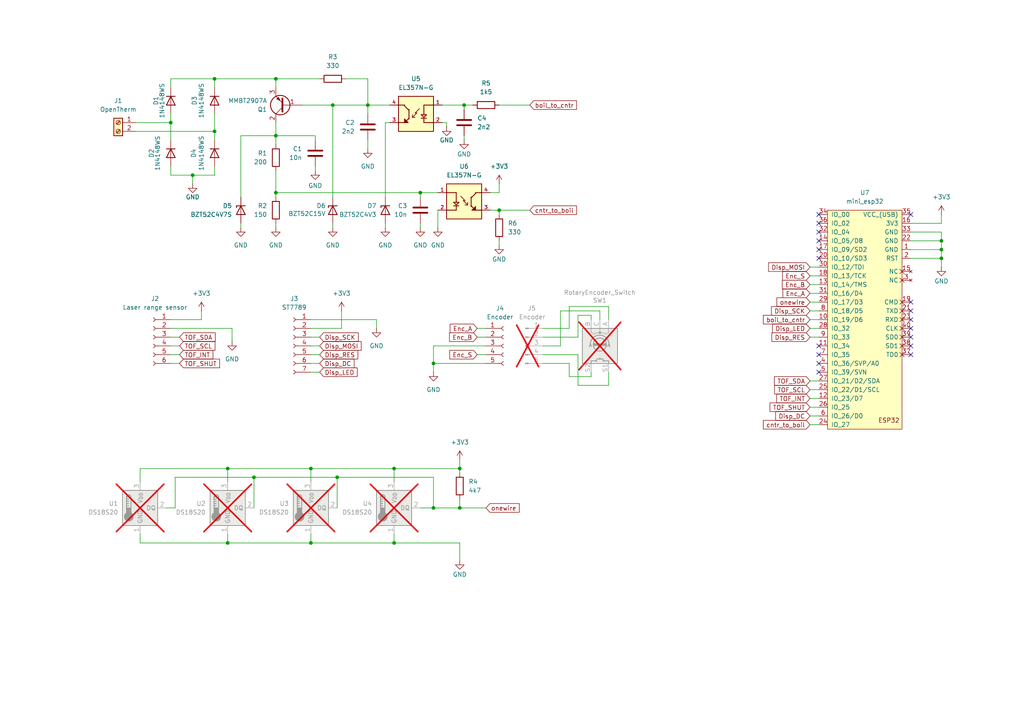
<source format=kicad_sch>
(kicad_sch (version 20231120) (generator "eeschema") (generator_version "8.0")
  (paper "A4")
  (lib_symbols
    (symbol "Connector:Conn_01x05_Pin" (pin_names (offset 1.016) hide)
      (property "Reference" "J" (at 0 7.62 0))
      (property "Value" "Conn_01x05_Pin" (at 0 -7.62 0))
      (symbol "Conn_01x05_Pin_1_1"
        (pin passive line (at 5.08 5.08 180) (length 3.81) (name "Pin_1") (number "1"))
        (pin passive line (at 5.08 2.54 180) (length 3.81) (name "Pin_2") (number "2"))
        (pin passive line (at 5.08 0 180) (length 3.81) (name "Pin_3") (number "3"))
        (pin passive line (at 5.08 -2.54 180) (length 3.81) (name "Pin_4") (number "4"))
        (pin passive line (at 5.08 -5.08 180) (length 3.81) (name "Pin_5") (number "5"))
      )
    )
    (symbol "Connector:Conn_01x05_Socket" (pin_names (offset 1.016) hide)
      (property "Reference" "J" (at 0 7.62 0))
      (property "Value" "Conn_01x05_Socket" (at 0 -7.62 0))
      (symbol "Conn_01x05_Socket_1_1"
        (pin passive line (at -5.08 5.08 0) (length 3.81) (name "Pin_1") (number "1"))
        (pin passive line (at -5.08 2.54 0) (length 3.81) (name "Pin_2") (number "2"))
        (pin passive line (at -5.08 0 0) (length 3.81) (name "Pin_3") (number "3"))
        (pin passive line (at -5.08 -2.54 0) (length 3.81) (name "Pin_4") (number "4"))
        (pin passive line (at -5.08 -5.08 0) (length 3.81) (name "Pin_5") (number "5"))
      )
    )
    (symbol "Connector:Conn_01x06_Socket" (pin_names (offset 1.016) hide)
      (property "Reference" "J" (at 0 7.62 0))
      (property "Value" "Conn_01x06_Socket" (at 0 -10.16 0))
      (symbol "Conn_01x06_Socket_1_1"
        (pin passive line (at -5.08 5.08 0) (length 3.81) (name "Pin_1") (number "1"))
        (pin passive line (at -5.08 2.54 0) (length 3.81) (name "Pin_2") (number "2"))
        (pin passive line (at -5.08 0 0) (length 3.81) (name "Pin_3") (number "3"))
        (pin passive line (at -5.08 -2.54 0) (length 3.81) (name "Pin_4") (number "4"))
        (pin passive line (at -5.08 -5.08 0) (length 3.81) (name "Pin_5") (number "5"))
        (pin passive line (at -5.08 -7.62 0) (length 3.81) (name "Pin_6") (number "6"))
      )
    )
    (symbol "Connector:Conn_01x07_Socket" (pin_names (offset 1.016) hide)
      (property "Reference" "J" (at 0 10.16 0))
      (property "Value" "Conn_01x07_Socket" (at 0 -10.16 0))
      (symbol "Conn_01x07_Socket_1_1"
        (pin passive line (at -5.08 7.62 0) (length 3.81) (name "Pin_1") (number "1"))
        (pin passive line (at -5.08 5.08 0) (length 3.81) (name "Pin_2") (number "2"))
        (pin passive line (at -5.08 2.54 0) (length 3.81) (name "Pin_3") (number "3"))
        (pin passive line (at -5.08 0 0) (length 3.81) (name "Pin_4") (number "4"))
        (pin passive line (at -5.08 -2.54 0) (length 3.81) (name "Pin_5") (number "5"))
        (pin passive line (at -5.08 -5.08 0) (length 3.81) (name "Pin_6") (number "6"))
        (pin passive line (at -5.08 -7.62 0) (length 3.81) (name "Pin_7") (number "7"))
      )
    )
    (symbol "Connector:Screw_Terminal_01x02" (pin_names (offset 1.016) hide)
      (property "Reference" "J" (at 0 2.54 0))
      (property "Value" "Screw_Terminal_01x02" (at 0 -5.08 0))
      (symbol "Screw_Terminal_01x02_1_1"
        (pin passive line (at -5.08 0 0) (length 3.81) (name "Pin_1") (number "1"))
        (pin passive line (at -5.08 -2.54 0) (length 3.81) (name "Pin_2") (number "2"))
      )
    )
    (symbol "D_1" (pin_numbers hide) (pin_names (offset 1.016) hide)
      (property "Reference" "D" (at 0 2.54 0))
      (property "Value" "D" (at 0 -2.54 0))
      (symbol "D_1_1_1"
        (pin passive line (at -3.81 0 0) (length 2.54) (name "K") (number "1"))
        (pin passive line (at 3.81 0 180) (length 2.54) (name "A") (number "2"))
      )
    )
    (symbol "D_2" (pin_numbers hide) (pin_names (offset 1.016) hide)
      (property "Reference" "D" (at 0 2.54 0))
      (property "Value" "D" (at 0 -2.54 0))
      (symbol "D_2_1_1"
        (pin passive line (at -3.81 0 0) (length 2.54) (name "K") (number "1"))
        (pin passive line (at 3.81 0 180) (length 2.54) (name "A") (number "2"))
      )
    )
    (symbol "D_3" (pin_numbers hide) (pin_names (offset 1.016) hide)
      (property "Reference" "D" (at 0 2.54 0))
      (property "Value" "D" (at 0 -2.54 0))
      (symbol "D_3_1_1"
        (pin passive line (at -3.81 0 0) (length 2.54) (name "K") (number "1"))
        (pin passive line (at 3.81 0 180) (length 2.54) (name "A") (number "2"))
      )
    )
    (symbol "D_Zener_1" (pin_numbers hide) (pin_names (offset 1.016) hide)
      (property "Reference" "D" (at 0 2.54 0))
      (property "Value" "D_Zener" (at 0 -2.54 0))
      (symbol "D_Zener_1_1_1"
        (pin passive line (at -3.81 0 0) (length 2.54) (name "K") (number "1"))
        (pin passive line (at 3.81 0 180) (length 2.54) (name "A") (number "2"))
      )
    )
    (symbol "D_Zener_2" (pin_numbers hide) (pin_names (offset 1.016) hide)
      (property "Reference" "D" (at 0 2.54 0))
      (property "Value" "D_Zener" (at 0 -2.54 0))
      (symbol "D_Zener_2_1_1"
        (pin passive line (at -3.81 0 0) (length 2.54) (name "K") (number "1"))
        (pin passive line (at 3.81 0 180) (length 2.54) (name "A") (number "2"))
      )
    )
    (symbol "Device:C" (pin_numbers hide) (pin_names (offset 0.254))
      (property "Reference" "C" (at 0.635 2.54 0))
      (property "Value" "C" (at 0.635 -2.54 0))
      (symbol "C_1_1"
        (pin passive line (at 0 3.81 270) (length 2.794) (name "~") (number "1"))
        (pin passive line (at 0 -3.81 90) (length 2.794) (name "~") (number "2"))
      )
    )
    (symbol "Device:D_Zener" (pin_numbers hide) (pin_names (offset 1.016) hide)
      (property "Reference" "D" (at 0 2.54 0))
      (property "Value" "D_Zener" (at 0 -2.54 0))
      (symbol "D_Zener_1_1"
        (pin passive line (at -3.81 0 0) (length 2.54) (name "K") (number "1"))
        (pin passive line (at 3.81 0 180) (length 2.54) (name "A") (number "2"))
      )
    )
    (symbol "Device:Q_PNP_BCE" (pin_names (offset 0) hide)
      (property "Reference" "Q" (at 5.08 1.27 0))
      (property "Value" "Q_PNP_BCE" (at 5.08 -1.27 0))
      (symbol "Q_PNP_BCE_1_1"
        (pin input line (at -5.08 0 0) (length 5.715) (name "B") (number "1"))
        (pin passive line (at 2.54 5.08 270) (length 2.54) (name "C") (number "2"))
        (pin passive line (at 2.54 -5.08 90) (length 2.54) (name "E") (number "3"))
      )
    )
    (symbol "Device:R" (pin_numbers hide) (pin_names (offset 0))
      (property "Reference" "R" (at 2.032 0 90))
      (property "Value" "R" (at 0 0 90))
      (symbol "R_1_1"
        (pin passive line (at 0 3.81 270) (length 1.27) (name "~") (number "1"))
        (pin passive line (at 0 -3.81 90) (length 1.27) (name "~") (number "2"))
      )
    )
    (symbol "Device:RotaryEncoder_Switch" (pin_names (offset 0.254) hide)
      (property "Reference" "SW" (at 0 6.604 0))
      (property "Value" "RotaryEncoder_Switch" (at 0 -6.604 0))
      (symbol "RotaryEncoder_Switch_1_1"
        (pin passive line (at -7.62 2.54 0) (length 2.54) (name "A") (number "A"))
        (pin passive line (at -7.62 -2.54 0) (length 2.54) (name "B") (number "B"))
        (pin passive line (at -7.62 0 0) (length 2.54) (name "C") (number "C"))
        (pin passive line (at 7.62 2.54 180) (length 2.54) (name "S1") (number "S1"))
        (pin passive line (at 7.62 -2.54 180) (length 2.54) (name "S2") (number "S2"))
      )
    )
    (symbol "EL357N-G:EL357N-G" (pin_names (offset 1.016))
      (property "Reference" "U" (at -5.08 5.08 0))
      (property "Value" "EL357N-G" (at -5.08 -7.62 0))
      (symbol "EL357N-G_0_0"
        (pin passive line (at -7.62 2.54 0) (length 2.54) (name "~") (number "1"))
        (pin passive line (at -7.62 -2.54 0) (length 2.54) (name "~") (number "2"))
        (pin passive line (at 7.62 -2.54 180) (length 2.54) (name "~") (number "3"))
        (pin passive line (at 7.62 2.54 180) (length 2.54) (name "~") (number "4"))
      )
    )
    (symbol "ESP32_mini:mini_esp32" (pin_names (offset 1.016))
      (property "Reference" "U" (at -7.62 -50.8 0))
      (property "Value" "mini_esp32" (at 5.08 -59.69 0))
      (symbol "mini_esp32_0_0"
        (text "ESP32" (at 7.62 -62.23 0) (effects (font (size 1.27 1.27))))
        (pin power_in line (at 13.97 -12.7 180) (length 2.54) (name "GND") (number "1"))
        (pin input line (at 13.97 -15.24 180) (length 2.54) (name "RST") (number "2"))
        (pin no_connect non_logic (at 13.97 -21.59 180) (length 2.54) (name "NC") (number "3"))
        (pin bidirectional line (at -12.7 -45.72 0) (length 2.54) (name "IO_36/SVP/A0") (number "4"))
        (pin bidirectional line (at -12.7 -48.26 0) (length 2.54) (name "IO_39/SVN") (number "5"))
      )
      (symbol "mini_esp32_1_1"
        (pin bidirectional line (at -12.7 -33.02 0) (length 2.54) (name "IO_19/D6") (number "10"))
        (pin bidirectional line (at -12.7 -40.64 0) (length 2.54) (name "IO_34") (number "11"))
        (pin bidirectional line (at -12.7 -55.88 0) (length 2.54) (name "IO_23/D7") (number "12"))
        (pin bidirectional line (at -12.7 -22.86 0) (length 2.54) (name "IO_14/TMS") (number "13"))
        (pin bidirectional line (at -12.7 -10.16 0) (length 2.54) (name "IO_05/D8") (number "14"))
        (pin no_connect non_logic (at 13.97 -19.05 180) (length 2.54) (name "NC") (number "15"))
        (pin power_in line (at 13.97 -5.08 180) (length 2.54) (name "3V3") (number "16"))
        (pin bidirectional line (at -12.7 -12.7 0) (length 2.54) (name "IO_09/SD2") (number "17"))
        (pin bidirectional line (at -12.7 -20.32 0) (length 2.54) (name "IO_13/TCK") (number "18"))
        (pin passive non_logic (at 13.97 -27.94 180) (length 2.54) (name "CMD") (number "19"))
        (pin bidirectional line (at -12.7 -15.24 0) (length 2.54) (name "IO_10/SD3") (number "20"))
        (pin passive non_logic (at 13.97 -30.48 180) (length 2.54) (name "TXD") (number "21"))
        (pin power_in line (at 13.97 -10.16 180) (length 2.54) (name "GND") (number "22"))
        (pin passive non_logic (at 13.97 -33.02 180) (length 2.54) (name "RXD") (number "23"))
        (pin bidirectional line (at -12.7 -63.5 0) (length 2.54) (name "IO_27") (number "24"))
        (pin bidirectional line (at -12.7 -53.34 0) (length 2.54) (name "IO_22/D1/SCL") (number "25"))
        (pin bidirectional line (at -12.7 -58.42 0) (length 2.54) (name "IO_25") (number "26"))
        (pin bidirectional line (at -12.7 -50.8 0) (length 2.54) (name "IO_21/D2/SDA") (number "27"))
        (pin bidirectional line (at -12.7 -35.56 0) (length 2.54) (name "IO_32") (number "28"))
        (pin bidirectional line (at -12.7 -27.94 0) (length 2.54) (name "IO_17/D3") (number "29"))
        (pin bidirectional line (at -12.7 -17.78 0) (length 2.54) (name "IO_12/TDI") (number "30"))
        (pin bidirectional line (at -12.7 -25.4 0) (length 2.54) (name "IO_16/D4") (number "31"))
        (pin bidirectional line (at -12.7 -7.62 0) (length 2.54) (name "IO_04") (number "32"))
        (pin power_in line (at 13.97 -7.62 180) (length 2.54) (name "GND") (number "33"))
        (pin bidirectional line (at -12.7 -2.54 0) (length 2.54) (name "IO_00") (number "34"))
        (pin power_in line (at 13.97 -2.54 180) (length 2.54) (name "VCC_(USB)") (number "35"))
        (pin bidirectional line (at -12.7 -5.08 0) (length 2.54) (name "IO_02") (number "36"))
        (pin passive non_logic (at 13.97 -43.18 180) (length 2.54) (name "TD0") (number "37"))
        (pin passive non_logic (at 13.97 -40.64 180) (length 2.54) (name "SD1") (number "38"))
        (pin passive non_logic (at 13.97 -38.1 180) (length 2.54) (name "SD0") (number "39"))
        (pin passive non_logic (at 13.97 -35.56 180) (length 2.54) (name "CLK") (number "40"))
        (pin bidirectional line (at -12.7 -60.96 0) (length 2.54) (name "IO_26/D0") (number "6"))
        (pin bidirectional line (at -12.7 -43.18 0) (length 2.54) (name "IO_35") (number "7"))
        (pin bidirectional line (at -12.7 -30.48 0) (length 2.54) (name "IO_18/D5") (number "8"))
        (pin bidirectional line (at -12.7 -38.1 0) (length 2.54) (name "IO_33") (number "9"))
      )
    )
    (symbol "Sensor_Temperature:DS18S20"
      (property "Reference" "U" (at -3.81 6.35 0))
      (property "Value" "DS18S20" (at 6.35 6.35 0))
      (symbol "DS18S20_1_1"
        (pin power_in line (at 0 -7.62 90) (length 2.54) (name "GND") (number "1"))
        (pin bidirectional line (at 7.62 0 180) (length 2.54) (name "DQ") (number "2"))
        (pin power_in line (at 0 7.62 270) (length 2.54) (name "V_{DD}") (number "3"))
      )
    )
    (symbol "Simulation_SPICE:D" (pin_numbers hide) (pin_names (offset 1.016) hide)
      (property "Reference" "D" (at 0 2.54 0))
      (property "Value" "D" (at 0 -2.54 0))
      (symbol "D_1_1"
        (pin passive line (at -3.81 0 0) (length 2.54) (name "K") (number "1"))
        (pin passive line (at 3.81 0 180) (length 2.54) (name "A") (number "2"))
      )
    )
    (symbol "power:+3V3" (power) (pin_numbers hide) (pin_names (offset 0) hide)
      (property "Value" "+3V3" (at 0 3.556 0))
      (symbol "+3V3_1_1"
        (pin power_in line (at 0 0 90) (length 0) (name "~") (number "1"))
      )
    )
    (symbol "power:GND" (power) (pin_numbers hide) (pin_names (offset 0) hide)
      (property "Value" "GND" (at 0 -3.81 0))
      (symbol "GND_1_1"
        (pin power_in line (at 0 0 270) (length 0) (name "~") (number "1"))
      )
    )
  )
  (junction (at 273.05 69.85))
  (junction (at 273.05 72.39))
  (junction (at 80.01 22.86))
  (junction (at 49.53 35.56))
  (junction (at 96.52 30.48))
  (junction (at 133.35 135.89))
  (junction (at 144.78 60.96))
  (junction (at 55.88 50.8))
  (junction (at 133.35 147.32))
  (junction (at 121.92 55.88))
  (junction (at 62.23 22.86))
  (junction (at 62.23 38.1))
  (junction (at 80.01 39.37))
  (junction (at 273.05 74.93))
  (junction (at 66.04 135.89))
  (junction (at 125.73 105.41))
  (junction (at 114.3 135.89))
  (junction (at 125.73 147.32))
  (junction (at 66.04 157.48))
  (junction (at 80.01 55.88))
  (junction (at 106.68 30.48))
  (junction (at 73.66 138.43))
  (junction (at 134.62 30.48))
  (junction (at 90.17 135.89))
  (junction (at 114.3 157.48))
  (junction (at 90.17 157.48))
  (junction (at 97.79 138.43))
  (no_connect (at 264.16 87.63))
  (no_connect (at 237.49 67.31))
  (no_connect (at 237.49 64.77))
  (no_connect (at 237.49 102.87))
  (no_connect (at 237.49 105.41))
  (no_connect (at 237.49 107.95))
  (no_connect (at 237.49 74.93))
  (no_connect (at 264.16 97.79))
  (no_connect (at 237.49 62.23))
  (no_connect (at 237.49 69.85))
  (no_connect (at 264.16 62.23))
  (no_connect (at 264.16 92.71))
  (no_connect (at 237.49 100.33))
  (no_connect (at 264.16 100.33))
  (no_connect (at 237.49 72.39))
  (no_connect (at 264.16 102.87))
  (no_connect (at 264.16 90.17))
  (no_connect (at 264.16 95.25))
  (wire (pts (xy 106.68 40.64) (xy 106.68 43.18)))
  (wire (pts (xy 273.05 62.23) (xy 273.05 64.77)))
  (wire (pts (xy 173.99 92.71) (xy 173.99 90.17)))
  (wire (pts (xy 167.64 91.44) (xy 167.64 97.79)))
  (wire (pts (xy 165.1 109.22) (xy 165.1 105.41)))
  (wire (pts (xy 144.78 60.96) (xy 153.67 60.96)))
  (wire (pts (xy 40.64 135.89) (xy 66.04 135.89)))
  (wire (pts (xy 273.05 69.85) (xy 273.05 72.39)))
  (wire (pts (xy 140.97 105.41) (xy 125.73 105.41)))
  (wire (pts (xy 264.16 64.77) (xy 273.05 64.77)))
  (wire (pts (xy 114.3 135.89) (xy 133.35 135.89)))
  (wire (pts (xy 69.85 64.77) (xy 69.85 66.04)))
  (wire (pts (xy 121.92 55.88) (xy 121.92 57.15)))
  (wire (pts (xy 99.06 95.25) (xy 99.06 90.17)))
  (wire (pts (xy 55.88 50.8) (xy 49.53 50.8)))
  (wire (pts (xy 106.68 30.48) (xy 113.03 30.48)))
  (wire (pts (xy 140.97 95.25) (xy 138.43 95.25)))
  (wire (pts (xy 66.04 154.94) (xy 66.04 157.48)))
  (wire (pts (xy 140.97 97.79) (xy 138.43 97.79)))
  (wire (pts (xy 114.3 135.89) (xy 114.3 139.7)))
  (wire (pts (xy 62.23 22.86) (xy 80.01 22.86)))
  (wire (pts (xy 55.88 50.8) (xy 55.88 53.34)))
  (wire (pts (xy 133.35 162.56) (xy 133.35 157.48)))
  (wire (pts (xy 62.23 48.26) (xy 62.23 50.8)))
  (wire (pts (xy 125.73 100.33) (xy 125.73 105.41)))
  (wire (pts (xy 80.01 55.88) (xy 80.01 57.15)))
  (wire (pts (xy 264.16 69.85) (xy 273.05 69.85)))
  (wire (pts (xy 62.23 22.86) (xy 62.23 25.4)))
  (wire (pts (xy 237.49 97.79) (xy 234.95 97.79)))
  (wire (pts (xy 234.95 87.63) (xy 237.49 87.63)))
  (wire (pts (xy 133.35 144.78) (xy 133.35 147.32)))
  (wire (pts (xy 48.26 147.32) (xy 50.8 147.32)))
  (wire (pts (xy 237.49 113.03) (xy 234.95 113.03)))
  (wire (pts (xy 273.05 77.47) (xy 273.05 74.93)))
  (wire (pts (xy 142.24 55.88) (xy 144.78 55.88)))
  (wire (pts (xy 237.49 92.71) (xy 234.95 92.71)))
  (wire (pts (xy 144.78 30.48) (xy 153.67 30.48)))
  (wire (pts (xy 121.92 64.77) (xy 121.92 66.04)))
  (wire (pts (xy 273.05 72.39) (xy 264.16 72.39)))
  (wire (pts (xy 92.71 22.86) (xy 80.01 22.86)))
  (wire (pts (xy 144.78 69.85) (xy 144.78 71.12)))
  (wire (pts (xy 106.68 30.48) (xy 106.68 33.02)))
  (wire (pts (xy 80.01 22.86) (xy 80.01 25.4)))
  (wire (pts (xy 167.64 102.87) (xy 157.48 102.87)))
  (wire (pts (xy 140.97 100.33) (xy 125.73 100.33)))
  (wire (pts (xy 173.99 90.17) (xy 162.56 90.17)))
  (wire (pts (xy 121.92 55.88) (xy 127 55.88)))
  (wire (pts (xy 111.76 35.56) (xy 113.03 35.56)))
  (wire (pts (xy 49.53 35.56) (xy 49.53 40.64)))
  (wire (pts (xy 162.56 90.17) (xy 162.56 100.33)))
  (wire (pts (xy 49.53 33.02) (xy 49.53 35.56)))
  (wire (pts (xy 40.64 157.48) (xy 66.04 157.48)))
  (wire (pts (xy 237.49 95.25) (xy 234.95 95.25)))
  (wire (pts (xy 40.64 154.94) (xy 40.64 157.48)))
  (wire (pts (xy 264.16 74.93) (xy 273.05 74.93)))
  (wire (pts (xy 273.05 67.31) (xy 273.05 69.85)))
  (wire (pts (xy 66.04 157.48) (xy 90.17 157.48)))
  (wire (pts (xy 176.53 88.9) (xy 165.1 88.9)))
  (wire (pts (xy 90.17 135.89) (xy 114.3 135.89)))
  (wire (pts (xy 137.16 30.48) (xy 134.62 30.48)))
  (wire (pts (xy 234.95 118.11) (xy 237.49 118.11)))
  (wire (pts (xy 80.01 64.77) (xy 80.01 66.04)))
  (wire (pts (xy 49.53 22.86) (xy 62.23 22.86)))
  (wire (pts (xy 128.27 30.48) (xy 134.62 30.48)))
  (wire (pts (xy 90.17 105.41) (xy 92.71 105.41)))
  (wire (pts (xy 237.49 90.17) (xy 234.95 90.17)))
  (wire (pts (xy 125.73 147.32) (xy 133.35 147.32)))
  (wire (pts (xy 111.76 64.77) (xy 111.76 66.04)))
  (wire (pts (xy 80.01 39.37) (xy 80.01 41.91)))
  (wire (pts (xy 58.42 92.71) (xy 58.42 90.17)))
  (wire (pts (xy 67.31 95.25) (xy 49.53 95.25)))
  (wire (pts (xy 49.53 102.87) (xy 52.07 102.87)))
  (wire (pts (xy 165.1 88.9) (xy 165.1 95.25)))
  (wire (pts (xy 67.31 99.06) (xy 67.31 95.25)))
  (wire (pts (xy 96.52 30.48) (xy 106.68 30.48)))
  (wire (pts (xy 106.68 30.48) (xy 106.68 22.86)))
  (wire (pts (xy 62.23 38.1) (xy 62.23 40.64)))
  (wire (pts (xy 121.92 147.32) (xy 125.73 147.32)))
  (wire (pts (xy 62.23 50.8) (xy 55.88 50.8)))
  (wire (pts (xy 133.35 135.89) (xy 133.35 137.16)))
  (wire (pts (xy 90.17 157.48) (xy 114.3 157.48)))
  (wire (pts (xy 140.97 102.87) (xy 138.43 102.87)))
  (wire (pts (xy 237.49 80.01) (xy 234.95 80.01)))
  (wire (pts (xy 66.04 135.89) (xy 90.17 135.89)))
  (wire (pts (xy 237.49 77.47) (xy 234.95 77.47)))
  (wire (pts (xy 234.95 120.65) (xy 237.49 120.65)))
  (wire (pts (xy 171.45 107.95) (xy 171.45 109.22)))
  (wire (pts (xy 90.17 100.33) (xy 92.71 100.33)))
  (wire (pts (xy 90.17 107.95) (xy 92.71 107.95)))
  (wire (pts (xy 176.53 111.76) (xy 167.64 111.76)))
  (wire (pts (xy 49.53 97.79) (xy 52.07 97.79)))
  (wire (pts (xy 171.45 92.71) (xy 171.45 91.44)))
  (wire (pts (xy 142.24 60.96) (xy 144.78 60.96)))
  (wire (pts (xy 167.64 111.76) (xy 167.64 102.87)))
  (wire (pts (xy 49.53 50.8) (xy 49.53 48.26)))
  (wire (pts (xy 39.37 38.1) (xy 62.23 38.1)))
  (wire (pts (xy 91.44 40.64) (xy 91.44 39.37)))
  (wire (pts (xy 49.53 105.41) (xy 52.07 105.41)))
  (wire (pts (xy 66.04 135.89) (xy 66.04 139.7)))
  (wire (pts (xy 167.64 97.79) (xy 157.48 97.79)))
  (wire (pts (xy 90.17 92.71) (xy 109.22 92.71)))
  (wire (pts (xy 162.56 100.33) (xy 157.48 100.33)))
  (wire (pts (xy 90.17 97.79) (xy 92.71 97.79)))
  (wire (pts (xy 237.49 110.49) (xy 234.95 110.49)))
  (wire (pts (xy 129.54 35.56) (xy 129.54 36.83)))
  (wire (pts (xy 134.62 39.37) (xy 134.62 40.64)))
  (wire (pts (xy 237.49 85.09) (xy 234.95 85.09)))
  (wire (pts (xy 171.45 109.22) (xy 165.1 109.22)))
  (wire (pts (xy 40.64 139.7) (xy 40.64 135.89)))
  (wire (pts (xy 128.27 35.56) (xy 129.54 35.56)))
  (wire (pts (xy 234.95 123.19) (xy 237.49 123.19)))
  (wire (pts (xy 133.35 157.48) (xy 114.3 157.48)))
  (wire (pts (xy 80.01 49.53) (xy 80.01 55.88)))
  (wire (pts (xy 144.78 53.34) (xy 144.78 55.88)))
  (wire (pts (xy 91.44 48.26) (xy 91.44 49.53)))
  (wire (pts (xy 80.01 55.88) (xy 121.92 55.88)))
  (wire (pts (xy 144.78 60.96) (xy 144.78 62.23)))
  (wire (pts (xy 90.17 95.25) (xy 99.06 95.25)))
  (wire (pts (xy 273.05 74.93) (xy 273.05 72.39)))
  (wire (pts (xy 49.53 25.4) (xy 49.53 22.86)))
  (wire (pts (xy 91.44 39.37) (xy 80.01 39.37)))
  (wire (pts (xy 87.63 30.48) (xy 96.52 30.48)))
  (wire (pts (xy 97.79 138.43) (xy 125.73 138.43)))
  (wire (pts (xy 96.52 64.77) (xy 96.52 66.04)))
  (wire (pts (xy 114.3 157.48) (xy 114.3 154.94)))
  (wire (pts (xy 109.22 92.71) (xy 109.22 95.25)))
  (wire (pts (xy 80.01 39.37) (xy 69.85 39.37)))
  (wire (pts (xy 127 60.96) (xy 127 66.04)))
  (wire (pts (xy 62.23 33.02) (xy 62.23 38.1)))
  (wire (pts (xy 125.73 105.41) (xy 125.73 107.95)))
  (wire (pts (xy 165.1 95.25) (xy 157.48 95.25)))
  (wire (pts (xy 100.33 22.86) (xy 106.68 22.86)))
  (wire (pts (xy 73.66 138.43) (xy 97.79 138.43)))
  (wire (pts (xy 264.16 67.31) (xy 273.05 67.31)))
  (wire (pts (xy 111.76 35.56) (xy 111.76 57.15)))
  (wire (pts (xy 171.45 91.44) (xy 167.64 91.44)))
  (wire (pts (xy 50.8 147.32) (xy 50.8 138.43)))
  (wire (pts (xy 176.53 92.71) (xy 176.53 88.9)))
  (wire (pts (xy 90.17 102.87) (xy 92.71 102.87)))
  (wire (pts (xy 73.66 138.43) (xy 73.66 147.32)))
  (wire (pts (xy 165.1 105.41) (xy 157.48 105.41)))
  (wire (pts (xy 69.85 39.37) (xy 69.85 57.15)))
  (wire (pts (xy 96.52 30.48) (xy 96.52 57.15)))
  (wire (pts (xy 80.01 35.56) (xy 80.01 39.37)))
  (wire (pts (xy 49.53 92.71) (xy 58.42 92.71)))
  (wire (pts (xy 50.8 138.43) (xy 73.66 138.43)))
  (wire (pts (xy 97.79 138.43) (xy 97.79 147.32)))
  (wire (pts (xy 134.62 30.48) (xy 134.62 31.75)))
  (wire (pts (xy 133.35 133.35) (xy 133.35 135.89)))
  (wire (pts (xy 125.73 138.43) (xy 125.73 147.32)))
  (wire (pts (xy 133.35 147.32) (xy 140.97 147.32)))
  (wire (pts (xy 237.49 82.55) (xy 234.95 82.55)))
  (wire (pts (xy 176.53 107.95) (xy 176.53 111.76)))
  (wire (pts (xy 237.49 115.57) (xy 234.95 115.57)))
  (wire (pts (xy 90.17 139.7) (xy 90.17 135.89)))
  (wire (pts (xy 90.17 154.94) (xy 90.17 157.48)))
  (wire (pts (xy 49.53 100.33) (xy 52.07 100.33)))
  (wire (pts (xy 39.37 35.56) (xy 49.53 35.56)))
  (global_label "Disp_RES" (shape input) (at 234.95 97.79 180) (property "Intersheetrefs" "${INTERSHEET_REFS}" (effects (hide yes))))
  (global_label "TOF_INT" (shape input) (at 234.95 115.57 180) (property "Intersheetrefs" "${INTERSHEET_REFS}" (effects (hide yes))))
  (global_label "cntr_to_boil" (shape input) (at 153.67 60.96 0) (property "Intersheetrefs" "${INTERSHEET_REFS}" (effects (hide yes))))
  (global_label "boil_to_cntr" (shape input) (at 153.67 30.48 0) (property "Intersheetrefs" "${INTERSHEET_REFS}" (effects (hide yes))))
  (global_label "Enc_S" (shape input) (at 234.95 80.01 180) (property "Intersheetrefs" "${INTERSHEET_REFS}" (effects (hide yes))))
  (global_label "Enc_A" (shape input) (at 234.95 85.09 180) (property "Intersheetrefs" "${INTERSHEET_REFS}" (effects (hide yes))))
  (global_label "Disp_LED" (shape input) (at 234.95 95.25 180) (property "Intersheetrefs" "${INTERSHEET_REFS}" (effects (hide yes))))
  (global_label "TOF_SDA" (shape input) (at 234.95 110.49 180) (property "Intersheetrefs" "${INTERSHEET_REFS}" (effects (hide yes))))
  (global_label "Enc_B" (shape input) (at 138.43 97.79 180) (property "Intersheetrefs" "${INTERSHEET_REFS}" (effects (hide yes))))
  (global_label "Enc_S" (shape input) (at 138.43 102.87 180) (property "Intersheetrefs" "${INTERSHEET_REFS}" (effects (hide yes))))
  (global_label "onewire" (shape input) (at 140.97 147.32 0) (property "Intersheetrefs" "${INTERSHEET_REFS}" (effects (hide yes))))
  (global_label "Disp_DC" (shape input) (at 92.71 105.41 0) (property "Intersheetrefs" "${INTERSHEET_REFS}" (effects (hide yes))))
  (global_label "TOF_SHUT" (shape input) (at 234.95 118.11 180) (property "Intersheetrefs" "${INTERSHEET_REFS}" (effects (hide yes))))
  (global_label "Disp_LED" (shape input) (at 92.71 107.95 0) (property "Intersheetrefs" "${INTERSHEET_REFS}" (effects (hide yes))))
  (global_label "Disp_DC" (shape input) (at 234.95 120.65 180) (property "Intersheetrefs" "${INTERSHEET_REFS}" (effects (hide yes))))
  (global_label "cntr_to_boil" (shape input) (at 234.95 123.19 180) (property "Intersheetrefs" "${INTERSHEET_REFS}" (effects (hide yes))))
  (global_label "Enc_B" (shape input) (at 234.95 82.55 180) (property "Intersheetrefs" "${INTERSHEET_REFS}" (effects (hide yes))))
  (global_label "Disp_MOSI" (shape input) (at 92.71 100.33 0) (property "Intersheetrefs" "${INTERSHEET_REFS}" (effects (hide yes))))
  (global_label "TOF_SCL" (shape input) (at 52.07 100.33 0) (property "Intersheetrefs" "${INTERSHEET_REFS}" (effects (hide yes))))
  (global_label "Disp_RES" (shape input) (at 92.71 102.87 0) (property "Intersheetrefs" "${INTERSHEET_REFS}" (effects (hide yes))))
  (global_label "TOF_SHUT" (shape input) (at 52.07 105.41 0) (property "Intersheetrefs" "${INTERSHEET_REFS}" (effects (hide yes))))
  (global_label "TOF_INT" (shape input) (at 52.07 102.87 0) (property "Intersheetrefs" "${INTERSHEET_REFS}" (effects (hide yes))))
  (global_label "Enc_A" (shape input) (at 138.43 95.25 180) (property "Intersheetrefs" "${INTERSHEET_REFS}" (effects (hide yes))))
  (global_label "boil_to_cntr" (shape input) (at 234.95 92.71 180) (property "Intersheetrefs" "${INTERSHEET_REFS}" (effects (hide yes))))
  (global_label "Disp_SCK" (shape input) (at 92.71 97.79 0) (property "Intersheetrefs" "${INTERSHEET_REFS}" (effects (hide yes))))
  (global_label "TOF_SDA" (shape input) (at 52.07 97.79 0) (property "Intersheetrefs" "${INTERSHEET_REFS}" (effects (hide yes))))
  (global_label "Disp_SCK" (shape input) (at 234.95 90.17 180) (property "Intersheetrefs" "${INTERSHEET_REFS}" (effects (hide yes))))
  (global_label "TOF_SCL" (shape input) (at 234.95 113.03 180) (property "Intersheetrefs" "${INTERSHEET_REFS}" (effects (hide yes))))
  (global_label "onewire" (shape input) (at 234.95 87.63 180) (property "Intersheetrefs" "${INTERSHEET_REFS}" (effects (hide yes))))
  (global_label "Disp_MOSI" (shape input) (at 234.95 77.47 180) (property "Intersheetrefs" "${INTERSHEET_REFS}" (effects (hide yes))))
  (symbol (lib_id "power:GND") (at 133.35 162.56 0) (unit 1)
    (property "Reference" "#PWR017" (effects (hide yes)))
    (property "Value" "GND" (at 133.35 166.624 0))
    (property "Description" "Power symbol creates a global label with name \"GND\" , ground" (effects (hide yes)))
  )
  (symbol (lib_id "Device:R") (at 144.78 66.04 0) (unit 1)
    (property "Reference" "R6" (at 147.32 64.7699 0) (effects (justify left)))
    (property "Value" "330" (at 147.32 67.3099 0) (effects (justify left)))
    (property "Footprint" "Diode_SMD:D_0805_2012Metric" (effects (hide yes)))
    (property "Description" "Resistor" (effects (hide yes)))
  )
  (symbol (lib_id "power:+3V3") (at 144.78 53.34 0) (unit 1)
    (property "Reference" "#PWR019" (effects (hide yes)))
    (property "Value" "+3V3" (at 144.78 48.26 0))
    (property "Description" "Power symbol creates a global label with name \"+3V3\"" (effects (hide yes)))
  )
  (symbol (lib_id "power:GND") (at 96.52 66.04 0) (unit 1)
    (property "Reference" "#PWR07" (effects (hide yes)))
    (property "Value" "GND" (at 96.52 71.12 0))
    (property "Description" "Power symbol creates a global label with name \"GND\" , ground" (effects (hide yes)))
  )
  (symbol (lib_id "power:GND") (at 144.78 71.12 0) (unit 1)
    (property "Reference" "#PWR020" (effects (hide yes)))
    (property "Value" "GND" (at 144.78 75.184 0))
    (property "Description" "Power symbol creates a global label with name \"GND\" , ground" (effects (hide yes)))
  )
  (symbol (lib_name "D_Zener_1") (lib_id "Device:D_Zener") (at 111.76 60.96 90) (mirror x) (unit 1)
    (property "Reference" "D7" (at 109.22 59.6899 90) (effects (justify left)))
    (property "Value" "BZT52C4V3" (at 109.22 62.2299 90) (effects (justify left)))
    (property "Footprint" "Diode_SMD:D_SOD-123" (effects (hide yes)))
    (property "Description" "Zener diode" (effects (hide yes)))
    (property "Sim.Device" "D" (effects (hide yes)))
    (property "Sim.Pins" "1=K 2=A" (effects (hide yes)))
    (property "Sim.Params" "bv=4.3" (effects (hide yes)))
  )
  (symbol (lib_name "D_3") (lib_id "Simulation_SPICE:D") (at 49.53 44.45 270) (unit 1)
    (property "Reference" "D2" (at 43.942 44.45 0))
    (property "Value" "1N4148WS" (at 45.72 44.45 0))
    (property "Footprint" "Diode_SMD:D_SOD-323" (effects (hide yes)))
    (property "Datasheet" "https://ngspice.sourceforge.io/docs/ngspice-html-manual/manual.xhtml#cha_DIODEs" (effects (hide yes)))
    (property "Description" "Diode for simulation or PCB" (effects (hide yes)))
    (property "Sim.Device" "D" (effects (hide yes)))
    (property "Sim.Pins" "1=K 2=A" (effects (hide yes)))
    (property "Sim.Params" "m=0.33 is=1e-14 rs=0.5 n=1.06 tt=5n cjo=1e-12 vj=0.75 fc=0.5" (effects (hide yes)))
  )
  (symbol (lib_id "Device:C") (at 106.68 36.83 0) (mirror y) (unit 1)
    (property "Reference" "C2" (at 102.87 35.5599 0) (effects (justify left)))
    (property "Value" "2n2" (at 102.87 38.0999 0) (effects (justify left)))
    (property "Footprint" "Capacitor_SMD:C_0603_1608Metric" (effects (hide yes)))
    (property "Description" "Unpolarized capacitor" (effects (hide yes)))
  )
  (symbol (lib_id "EL357N-G:EL357N-G") (at 134.62 58.42 0) (unit 1)
    (property "Reference" "U6" (at 134.62 48.26 0))
    (property "Value" "EL357N-G" (at 134.62 50.8 0))
    (property "Footprint" "EL357N-G:OPTO_EL357N-G" (effects (hide yes)))
    (property "MF" "Everlight Electronics" (effects (hide yes)))
    (property "MAXIMUM_PACKAGE_HEIGHT" "2.00mm" (effects (hide yes)))
    (property "Package" "SOP-4 Everlight" (effects (hide yes)))
    (property "Price" "None" (effects (hide yes)))
    (property "Check_prices" "https://www.snapeda.com/parts/EL357N-G/Everlight+Electronics+Co+Ltd/view-part/?ref=eda" (effects (hide yes)))
    (property "STANDARD" "Manufacturer Recommendations" (effects (hide yes)))
    (property "PARTREV" "6" (effects (hide yes)))
    (property "SnapEDA_Link" "https://www.snapeda.com/parts/EL357N-G/Everlight+Electronics+Co+Ltd/view-part/?ref=snap" (effects (hide yes)))
    (property "MP" "EL357N-G" (effects (hide yes)))
    (property "Description_1" "\nOptoisolator Transistor Output 3750Vrms 1 Channel 4-SOP (2.54mm)\n" (effects (hide yes)))
    (property "Availability" "In Stock" (effects (hide yes)))
    (property "MANUFACTURER" "Everlight" (effects (hide yes)))
  )
  (symbol (lib_id "power:+3V3") (at 133.35 133.35 0) (unit 1)
    (property "Reference" "#PWR016" (effects (hide yes)))
    (property "Value" "+3V3" (at 133.35 128.27 0))
    (property "Description" "Power symbol creates a global label with name \"+3V3\"" (effects (hide yes)))
  )
  (symbol (lib_name "D_1") (lib_id "Simulation_SPICE:D") (at 49.53 29.21 270) (unit 1)
    (property "Reference" "D1" (at 45.212 29.21 0))
    (property "Value" "1N4148WS" (at 46.99 29.21 0))
    (property "Footprint" "Diode_SMD:D_SOD-323" (effects (hide yes)))
    (property "Datasheet" "https://ngspice.sourceforge.io/docs/ngspice-html-manual/manual.xhtml#cha_DIODEs" (effects (hide yes)))
    (property "Description" "Diode for simulation or PCB" (effects (hide yes)))
    (property "Sim.Device" "D" (effects (hide yes)))
    (property "Sim.Pins" "1=K 2=A" (effects (hide yes)))
    (property "Sim.Params" "m=0.33 is=1e-14 rs=0.5 n=1.06 tt=5n cjo=1e-12 vj=0.75 fc=0.5" (effects (hide yes)))
  )
  (symbol (lib_id "ESP32_mini:mini_esp32") (at 250.19 59.69 0) (unit 1)
    (property "Reference" "U7" (at 250.825 55.88 0))
    (property "Value" "mini_esp32" (at 250.825 58.42 0))
    (property "Footprint" "ESP32_mini:ESP32_mini" (effects (hide yes)))
  )
  (symbol (lib_name "D_Zener_2") (lib_id "Device:D_Zener") (at 96.52 60.96 90) (mirror x) (unit 1)
    (property "Reference" "D6" (at 94.488 59.69 90) (effects (justify left)))
    (property "Value" "BZT52C15V" (at 94.488 61.976 90) (effects (justify left)))
    (property "Footprint" "Diode_SMD:D_SOD-123" (effects (hide yes)))
    (property "Description" "Zener diode" (effects (hide yes)))
    (property "Sim.Device" "D" (effects (hide yes)))
    (property "Sim.Pins" "1=K 2=A" (effects (hide yes)))
    (property "Sim.Params" "bv=15" (effects (hide yes)))
  )
  (symbol (lib_id "Connector:Screw_Terminal_01x02") (at 34.29 35.56 0) (mirror y) (unit 1)
    (property "Reference" "J1" (at 34.29 29.21 0))
    (property "Value" "OpenTherm" (at 34.29 31.75 0))
    (property "Footprint" "TerminalBlock:TerminalBlock_bornier-2_P5.08mm" (effects (hide yes)))
    (property "Description" "Generic screw terminal, single row, 01x02, script generated (kicad-library-utils/schlib/autogen/connector/)" (effects (hide yes)))
  )
  (symbol (lib_id "power:GND") (at 127 66.04 0) (unit 1)
    (property "Reference" "#PWR014" (effects (hide yes)))
    (property "Value" "GND" (at 127 71.12 0))
    (property "Description" "Power symbol creates a global label with name \"GND\" , ground" (effects (hide yes)))
  )
  (symbol (lib_id "Device:R") (at 140.97 30.48 270) (unit 1)
    (property "Reference" "R5" (at 140.97 24.13 90))
    (property "Value" "1k5" (at 140.97 26.67 90))
    (property "Footprint" "Diode_SMD:D_0805_2012Metric" (effects (hide yes)))
    (property "Description" "Resistor" (effects (hide yes)))
  )
  (symbol (lib_id "power:+3V3") (at 273.05 62.23 0) (unit 1)
    (property "Reference" "#PWR021" (effects (hide yes)))
    (property "Value" "+3V3" (at 273.05 57.15 0))
    (property "Description" "Power symbol creates a global label with name \"+3V3\"" (effects (hide yes)))
  )
  (symbol (lib_id "Sensor_Temperature:DS18S20") (at 40.64 147.32 0) (unit 1) (in_bom no) (dnp yes)
    (property "Reference" "U1" (at 34.29 146.0499 0) (effects (justify right)))
    (property "Value" "DS18S20" (at 34.29 148.5899 0) (effects (justify right)))
    (property "Footprint" "Package_TO_SOT_THT:TO-92L_HandSolder" (effects (hide yes)))
    (property "Datasheet" "http://datasheets.maximintegrated.com/en/ds/DS18S20.pdf" (effects (hide yes)))
    (property "Description" "High-Precision 1-Wire Digital Thermometer TO-92" (effects (hide yes)))
  )
  (symbol (lib_id "power:GND") (at 129.54 36.83 0) (unit 1)
    (property "Reference" "#PWR015" (effects (hide yes)))
    (property "Value" "GND" (at 129.54 40.64 0))
    (property "Description" "Power symbol creates a global label with name \"GND\" , ground" (effects (hide yes)))
  )
  (symbol (lib_id "EL357N-G:EL357N-G") (at 120.65 33.02 0) (mirror y) (unit 1)
    (property "Reference" "U5" (at 120.65 22.86 0))
    (property "Value" "EL357N-G" (at 120.65 25.4 0))
    (property "Footprint" "EL357N-G:OPTO_EL357N-G" (effects (hide yes)))
    (property "MF" "Everlight Electronics" (effects (hide yes)))
    (property "MAXIMUM_PACKAGE_HEIGHT" "2.00mm" (effects (hide yes)))
    (property "Package" "SOP-4 Everlight" (effects (hide yes)))
    (property "Price" "None" (effects (hide yes)))
    (property "Check_prices" "https://www.snapeda.com/parts/EL357N-G/Everlight+Electronics+Co+Ltd/view-part/?ref=eda" (effects (hide yes)))
    (property "STANDARD" "Manufacturer Recommendations" (effects (hide yes)))
    (property "PARTREV" "6" (effects (hide yes)))
    (property "SnapEDA_Link" "https://www.snapeda.com/parts/EL357N-G/Everlight+Electronics+Co+Ltd/view-part/?ref=snap" (effects (hide yes)))
    (property "MP" "EL357N-G" (effects (hide yes)))
    (property "Description_1" "\nOptoisolator Transistor Output 3750Vrms 1 Channel 4-SOP (2.54mm)\n" (effects (hide yes)))
    (property "Availability" "In Stock" (effects (hide yes)))
    (property "MANUFACTURER" "Everlight" (effects (hide yes)))
  )
  (symbol (lib_id "Connector:Conn_01x07_Socket") (at 85.09 100.33 0) (mirror y) (unit 1)
    (property "Reference" "J3" (at 85.344 86.614 0))
    (property "Value" "ST7789" (at 85.344 89.154 0))
    (property "Footprint" "Connector_PinHeader_2.54mm:PinHeader_1x07_P2.54mm_Vertical" (effects (hide yes)))
    (property "Description" "Generic connector, single row, 01x07, script generated" (effects (hide yes)))
  )
  (symbol (lib_id "power:GND") (at 273.05 77.47 0) (unit 1)
    (property "Reference" "#PWR022" (effects (hide yes)))
    (property "Value" "GND" (at 273.05 81.534 0))
    (property "Description" "Power symbol creates a global label with name \"GND\" , ground" (effects (hide yes)))
  )
  (symbol (lib_id "power:GND") (at 106.68 43.18 0) (unit 1)
    (property "Reference" "#PWR09" (effects (hide yes)))
    (property "Value" "GND" (at 106.68 48.26 0))
    (property "Description" "Power symbol creates a global label with name \"GND\" , ground" (effects (hide yes)))
  )
  (symbol (lib_id "Device:R") (at 133.35 140.97 0) (unit 1)
    (property "Reference" "R4" (at 135.89 139.6999 0) (effects (justify left)))
    (property "Value" "4k7" (at 135.89 142.2399 0) (effects (justify left)))
    (property "Footprint" "Resistor_SMD:R_0805_2012Metric" (effects (hide yes)))
  )
  (symbol (lib_id "Connector:Conn_01x06_Socket") (at 44.45 97.79 0) (mirror y) (unit 1)
    (property "Reference" "J2" (at 44.958 86.614 0))
    (property "Value" "Laser range sensor" (at 44.958 89.154 0))
    (property "Footprint" "Connector_PinHeader_2.54mm:PinHeader_1x06_P2.54mm_Vertical" (effects (hide yes)))
    (property "Description" "Generic connector, single row, 01x06, script generated" (effects (hide yes)))
  )
  (symbol (lib_id "power:GND") (at 109.22 95.25 0) (unit 1)
    (property "Reference" "#PWR010" (effects (hide yes)))
    (property "Value" "GND" (at 109.22 100.33 0))
    (property "Description" "Power symbol creates a global label with name \"GND\" , ground" (effects (hide yes)))
  )
  (symbol (lib_id "Sensor_Temperature:DS18S20") (at 114.3 147.32 0) (unit 1) (in_bom no) (dnp yes)
    (property "Reference" "U4" (at 107.95 146.0499 0) (effects (justify right)))
    (property "Value" "DS18S20" (at 107.95 148.5899 0) (effects (justify right)))
    (property "Footprint" "Package_TO_SOT_THT:TO-92L_HandSolder" (effects (hide yes)))
    (property "Datasheet" "http://datasheets.maximintegrated.com/en/ds/DS18S20.pdf" (effects (hide yes)))
    (property "Description" "High-Precision 1-Wire Digital Thermometer TO-92" (effects (hide yes)))
  )
  (symbol (lib_id "power:GND") (at 55.88 53.34 0) (unit 1)
    (property "Reference" "#PWR01" (effects (hide yes)))
    (property "Value" "GND" (at 55.88 57.15 0))
    (property "Description" "Power symbol creates a global label with name \"GND\" , ground" (effects (hide yes)))
  )
  (symbol (lib_id "Connector:Conn_01x05_Pin") (at 152.4 100.33 0) (unit 1) (exclude_from_sim yes) (in_bom no) (on_board no) (dnp yes)
    (property "Reference" "J5" (at 155.448 89.408 0) (effects (justify right)))
    (property "Value" "Encoder" (at 158.242 91.948 0) (effects (justify right)))
    (property "Description" "Generic connector, single row, 01x05, script generated" (effects (hide yes)))
  )
  (symbol (lib_id "Connector:Conn_01x05_Socket") (at 146.05 100.33 0) (unit 1)
    (property "Reference" "J4" (at 145.034 89.408 0))
    (property "Value" "Encoder" (at 145.034 91.948 0))
    (property "Footprint" "Connector_PinHeader_2.54mm:PinHeader_1x05_P2.54mm_Vertical" (effects (hide yes)))
    (property "Description" "Generic connector, single row, 01x05, script generated" (effects (hide yes)))
  )
  (symbol (lib_id "Device:C") (at 91.44 44.45 0) (mirror x) (unit 1)
    (property "Reference" "C1" (at 87.63 43.1799 0) (effects (justify right)))
    (property "Value" "10n" (at 87.63 45.7199 0) (effects (justify right)))
    (property "Footprint" "Capacitor_SMD:C_0603_1608Metric" (effects (hide yes)))
    (property "Description" "Unpolarized capacitor" (effects (hide yes)))
  )
  (symbol (lib_id "power:GND") (at 121.92 66.04 0) (unit 1)
    (property "Reference" "#PWR012" (effects (hide yes)))
    (property "Value" "GND" (at 121.92 71.12 0))
    (property "Description" "Power symbol creates a global label with name \"GND\" , ground" (effects (hide yes)))
  )
  (symbol (lib_id "Device:C") (at 134.62 35.56 180) (unit 1)
    (property "Reference" "C4" (at 138.43 34.2899 0) (effects (justify right)))
    (property "Value" "2n2" (at 138.43 36.8299 0) (effects (justify right)))
    (property "Footprint" "Capacitor_SMD:C_0603_1608Metric" (effects (hide yes)))
    (property "Description" "Unpolarized capacitor" (effects (hide yes)))
  )
  (symbol (lib_id "Device:R") (at 96.52 22.86 270) (unit 1)
    (property "Reference" "R3" (at 96.52 16.51 90))
    (property "Value" "330" (at 96.52 19.05 90))
    (property "Footprint" "Resistor_SMD:R_0805_2012Metric" (effects (hide yes)))
    (property "Description" "Resistor" (effects (hide yes)))
  )
  (symbol (lib_id "power:GND") (at 67.31 99.06 0) (unit 1)
    (property "Reference" "#PWR03" (effects (hide yes)))
    (property "Value" "GND" (at 67.31 104.14 0))
    (property "Description" "Power symbol creates a global label with name \"GND\" , ground" (effects (hide yes)))
  )
  (symbol (lib_name "D_2") (lib_id "Simulation_SPICE:D") (at 62.23 29.21 270) (unit 1)
    (property "Reference" "D3" (at 56.388 29.21 0))
    (property "Value" "1N4148WS" (at 58.42 29.21 0))
    (property "Footprint" "Diode_SMD:D_SOD-323" (effects (hide yes)))
    (property "Datasheet" "https://ngspice.sourceforge.io/docs/ngspice-html-manual/manual.xhtml#cha_DIODEs" (effects (hide yes)))
    (property "Description" "Diode for simulation or PCB" (effects (hide yes)))
    (property "Sim.Device" "D" (effects (hide yes)))
    (property "Sim.Pins" "1=K 2=A" (effects (hide yes)))
    (property "Sim.Params" "m=0.33 is=1e-14 rs=0.5 n=1.06 tt=5n cjo=1e-12 vj=0.75 fc=0.5" (effects (hide yes)))
  )
  (symbol (lib_id "power:GND") (at 111.76 66.04 0) (unit 1)
    (property "Reference" "#PWR011" (effects (hide yes)))
    (property "Value" "GND" (at 111.76 71.12 0))
    (property "Description" "Power symbol creates a global label with name \"GND\" , ground" (effects (hide yes)))
  )
  (symbol (lib_id "power:GND") (at 80.01 66.04 0) (unit 1)
    (property "Reference" "#PWR05" (effects (hide yes)))
    (property "Value" "GND" (at 80.01 71.12 0))
    (property "Description" "Power symbol creates a global label with name \"GND\" , ground" (effects (hide yes)))
  )
  (symbol (lib_id "Sensor_Temperature:DS18S20") (at 66.04 147.32 0) (unit 1) (in_bom no) (dnp yes)
    (property "Reference" "U2" (at 59.69 146.0499 0) (effects (justify right)))
    (property "Value" "DS18S20" (at 59.69 148.5899 0) (effects (justify right)))
    (property "Footprint" "Package_TO_SOT_THT:TO-92L_HandSolder" (effects (hide yes)))
    (property "Datasheet" "http://datasheets.maximintegrated.com/en/ds/DS18S20.pdf" (effects (hide yes)))
    (property "Description" "High-Precision 1-Wire Digital Thermometer TO-92" (effects (hide yes)))
  )
  (symbol (lib_id "Simulation_SPICE:D") (at 62.23 44.45 270) (unit 1)
    (property "Reference" "D4" (at 56.134 44.45 0))
    (property "Value" "1N4148WS" (at 58.42 44.45 0))
    (property "Footprint" "Diode_SMD:D_SOD-323" (effects (hide yes)))
    (property "Datasheet" "https://ngspice.sourceforge.io/docs/ngspice-html-manual/manual.xhtml#cha_DIODEs" (effects (hide yes)))
    (property "Description" "Diode for simulation or PCB" (effects (hide yes)))
    (property "Sim.Device" "D" (effects (hide yes)))
    (property "Sim.Pins" "1=K 2=A" (effects (hide yes)))
    (property "Sim.Params" "m=0.33 is=1e-14 rs=0.5 n=1.06 tt=5n cjo=1e-12 vj=0.75 fc=0.5" (effects (hide yes)))
  )
  (symbol (lib_id "Device:R") (at 80.01 45.72 0) (mirror y) (unit 1)
    (property "Reference" "R1" (at 77.47 44.4499 0) (effects (justify left)))
    (property "Value" "200" (at 77.47 46.9899 0) (effects (justify left)))
    (property "Footprint" "Resistor_SMD:R_0805_2012Metric" (effects (hide yes)))
    (property "Description" "Resistor" (effects (hide yes)))
  )
  (symbol (lib_id "power:+3V3") (at 58.42 90.17 0) (unit 1)
    (property "Reference" "#PWR02" (effects (hide yes)))
    (property "Value" "+3V3" (at 58.42 85.09 0))
    (property "Description" "Power symbol creates a global label with name \"+3V3\"" (effects (hide yes)))
  )
  (symbol (lib_id "power:+3V3") (at 99.06 90.17 0) (unit 1)
    (property "Reference" "#PWR08" (effects (hide yes)))
    (property "Value" "+3V3" (at 99.06 85.09 0))
    (property "Description" "Power symbol creates a global label with name \"+3V3\"" (effects (hide yes)))
  )
  (symbol (lib_id "Device:RotaryEncoder_Switch") (at 173.99 100.33 270) (unit 1) (exclude_from_sim yes) (in_bom no) (on_board no) (dnp yes)
    (property "Reference" "SW1" (at 176.022 87.122 90) (effects (justify right)))
    (property "Value" "RotaryEncoder_Switch" (at 184.404 84.836 90) (effects (justify right)))
    (property "Description" "Rotary encoder, dual channel, incremental quadrate outputs, with switch" (effects (hide yes)))
  )
  (symbol (lib_id "Device:C") (at 121.92 60.96 0) (mirror x) (unit 1)
    (property "Reference" "C3" (at 118.11 59.6899 0) (effects (justify right)))
    (property "Value" "10n" (at 118.11 62.2299 0) (effects (justify right)))
    (property "Footprint" "Capacitor_SMD:C_0603_1608Metric" (effects (hide yes)))
    (property "Description" "Unpolarized capacitor" (effects (hide yes)))
  )
  (symbol (lib_id "Device:Q_PNP_BCE") (at 82.55 30.48 180) (unit 1)
    (property "Reference" "Q1" (at 77.47 31.7501 0) (effects (justify left)))
    (property "Value" "MMBT2907A" (at 77.47 29.2101 0) (effects (justify left)))
    (property "Footprint" "Package_TO_SOT_SMD:SOT-23" (effects (hide yes)))
    (property "Description" "PNP transistor, base/collector/emitter" (effects (hide yes)))
    (property "Sim.Device" "PNP" (effects (hide yes)))
    (property "Sim.Type" "GUMMELPOON" (effects (hide yes)))
    (property "Sim.Pins" "1=B 2=C 3=E" (effects (hide yes)))
    (property "Sim.Params" "is=1.7E-14 bf=240 nf=1 vaf=100 ikf=0.2 ise=1E-13 ne=2 br=7 nr=1 var=10 ikr=0.03 isc=1E-13 nc=2 rb=10 re=0.5 rc=1 cje=13.5p vje=0.6 mje=0.33 tf=0.35n cjc=6.5p vjc=0.5 mjc=0.4 tr=30n xtb=1.5 eg=1.11 kf=0 af=1" (effects (hide yes)))
  )
  (symbol (lib_id "power:GND") (at 134.62 40.64 0) (unit 1)
    (property "Reference" "#PWR018" (effects (hide yes)))
    (property "Value" "GND" (at 134.62 44.704 0))
    (property "Description" "Power symbol creates a global label with name \"GND\" , ground" (effects (hide yes)))
  )
  (symbol (lib_id "power:GND") (at 69.85 66.04 0) (unit 1)
    (property "Reference" "#PWR04" (effects (hide yes)))
    (property "Value" "GND" (at 69.85 71.12 0))
    (property "Description" "Power symbol creates a global label with name \"GND\" , ground" (effects (hide yes)))
  )
  (symbol (lib_id "power:GND") (at 91.44 49.53 0) (unit 1)
    (property "Reference" "#PWR06" (effects (hide yes)))
    (property "Value" "GND" (at 91.44 53.848 0))
    (property "Description" "Power symbol creates a global label with name \"GND\" , ground" (effects (hide yes)))
  )
  (symbol (lib_id "Device:D_Zener") (at 69.85 60.96 90) (mirror x) (unit 1)
    (property "Reference" "D5" (at 67.31 59.6899 90) (effects (justify left)))
    (property "Value" "BZT52C4V7S" (at 67.31 62.2299 90) (effects (justify left)))
    (property "Footprint" "Diode_SMD:D_SOD-323" (effects (hide yes)))
    (property "Description" "Zener diode" (effects (hide yes)))
    (property "Sim.Device" "D" (effects (hide yes)))
    (property "Sim.Pins" "1=K 2=A" (effects (hide yes)))
    (property "Sim.Params" "m=0.33 is=5.0e-10 rs=0.5 n=1.05 tt=1n cjo=50p vj=0.75 fc=0.5 bv=4.7 ibv=5m" (effects (hide yes)))
  )
  (symbol (lib_id "Sensor_Temperature:DS18S20") (at 90.17 147.32 0) (unit 1) (dnp yes)
    (property "Reference" "U3" (at 83.82 146.0499 0) (effects (justify right)))
    (property "Value" "DS18S20" (at 83.82 148.5899 0) (effects (justify right)))
    (property "Footprint" "Package_TO_SOT_THT:TO-92L_HandSolder" (effects (hide yes)))
    (property "Datasheet" "http://datasheets.maximintegrated.com/en/ds/DS18S20.pdf" (effects (hide yes)))
    (property "Description" "High-Precision 1-Wire Digital Thermometer TO-92" (effects (hide yes)))
  )
  (symbol (lib_id "power:GND") (at 125.73 107.95 0) (mirror y) (unit 1)
    (property "Reference" "#PWR013" (effects (hide yes)))
    (property "Value" "GND" (at 125.73 113.03 0))
    (property "Description" "Power symbol creates a global label with name \"GND\" , ground" (effects (hide yes)))
  )
  (symbol (lib_id "Device:R") (at 80.01 60.96 0) (mirror y) (unit 1)
    (property "Reference" "R2" (at 77.47 59.6899 0) (effects (justify left)))
    (property "Value" "150" (at 77.47 62.2299 0) (effects (justify left)))
    (property "Footprint" "Resistor_SMD:R_0805_2012Metric" (effects (hide yes)))
    (property "Description" "Resistor" (effects (hide yes)))
  )
)
</source>
